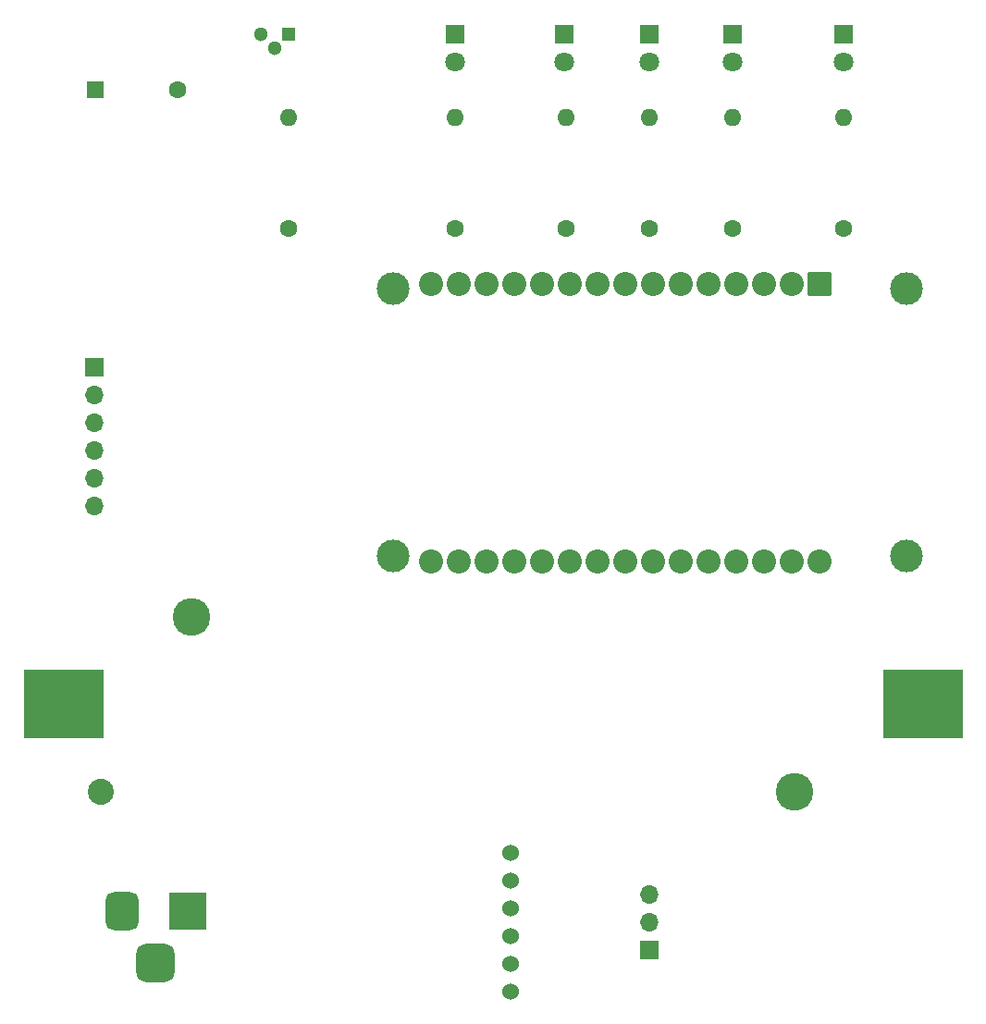
<source format=gbr>
%TF.GenerationSoftware,KiCad,Pcbnew,7.0.7*%
%TF.CreationDate,2023-11-04T11:15:44-05:00*%
%TF.ProjectId,proyectointroducci_n,70726f79-6563-4746-9f69-6e74726f6475,rev?*%
%TF.SameCoordinates,Original*%
%TF.FileFunction,Soldermask,Bot*%
%TF.FilePolarity,Negative*%
%FSLAX46Y46*%
G04 Gerber Fmt 4.6, Leading zero omitted, Abs format (unit mm)*
G04 Created by KiCad (PCBNEW 7.0.7) date 2023-11-04 11:15:44*
%MOMM*%
%LPD*%
G01*
G04 APERTURE LIST*
G04 Aperture macros list*
%AMRoundRect*
0 Rectangle with rounded corners*
0 $1 Rounding radius*
0 $2 $3 $4 $5 $6 $7 $8 $9 X,Y pos of 4 corners*
0 Add a 4 corners polygon primitive as box body*
4,1,4,$2,$3,$4,$5,$6,$7,$8,$9,$2,$3,0*
0 Add four circle primitives for the rounded corners*
1,1,$1+$1,$2,$3*
1,1,$1+$1,$4,$5*
1,1,$1+$1,$6,$7*
1,1,$1+$1,$8,$9*
0 Add four rect primitives between the rounded corners*
20,1,$1+$1,$2,$3,$4,$5,0*
20,1,$1+$1,$4,$5,$6,$7,0*
20,1,$1+$1,$6,$7,$8,$9,0*
20,1,$1+$1,$8,$9,$2,$3,0*%
G04 Aperture macros list end*
%ADD10R,1.800000X1.800000*%
%ADD11C,1.800000*%
%ADD12R,1.600000X1.600000*%
%ADD13C,1.600000*%
%ADD14O,1.600000X1.600000*%
%ADD15R,1.300000X1.300000*%
%ADD16C,1.300000*%
%ADD17R,3.500000X3.500000*%
%ADD18RoundRect,0.750000X-0.750000X-1.000000X0.750000X-1.000000X0.750000X1.000000X-0.750000X1.000000X0*%
%ADD19RoundRect,0.875000X-0.875000X-0.875000X0.875000X-0.875000X0.875000X0.875000X-0.875000X0.875000X0*%
%ADD20C,3.000000*%
%ADD21RoundRect,0.102000X-1.000000X1.000000X-1.000000X-1.000000X1.000000X-1.000000X1.000000X1.000000X0*%
%ADD22C,2.204000*%
%ADD23R,1.700000X1.700000*%
%ADD24O,1.700000X1.700000*%
%ADD25C,1.524000*%
%ADD26C,2.390000*%
%ADD27C,3.450000*%
%ADD28R,7.340000X6.350000*%
G04 APERTURE END LIST*
D10*
%TO.C,D2*%
X81070000Y-66040000D03*
D11*
X81070000Y-68580000D03*
%TD*%
D10*
%TO.C,D4*%
X106680000Y-66040000D03*
D11*
X106680000Y-68580000D03*
%TD*%
D12*
%TO.C,LS1*%
X38120000Y-71120000D03*
D13*
X45720000Y-71120000D03*
%TD*%
%TO.C,R2*%
X55880000Y-83820000D03*
D14*
X55880000Y-73660000D03*
%TD*%
D13*
%TO.C,R5*%
X88900000Y-83820000D03*
D14*
X88900000Y-73660000D03*
%TD*%
D10*
%TO.C,D1*%
X71120000Y-66040000D03*
D11*
X71120000Y-68580000D03*
%TD*%
D13*
%TO.C,R7*%
X96520000Y-83820000D03*
D14*
X96520000Y-73660000D03*
%TD*%
D10*
%TO.C,D3*%
X88900000Y-66040000D03*
D11*
X88900000Y-68580000D03*
%TD*%
D13*
%TO.C,R3*%
X71120000Y-83820000D03*
D14*
X71120000Y-73660000D03*
%TD*%
D13*
%TO.C,R4*%
X81280000Y-83820000D03*
D14*
X81280000Y-73660000D03*
%TD*%
D10*
%TO.C,D5*%
X96520000Y-66040000D03*
D11*
X96520000Y-68580000D03*
%TD*%
D15*
%TO.C,Q1*%
X55880000Y-66040000D03*
D16*
X54610000Y-67310000D03*
X53340000Y-66040000D03*
%TD*%
D17*
%TO.C,J1*%
X46640000Y-146362500D03*
D18*
X40640000Y-146362500D03*
D19*
X43640000Y-151062500D03*
%TD*%
D20*
%TO.C,U3*%
X112375000Y-89320000D03*
X65425000Y-89320000D03*
X112375000Y-113830000D03*
X65425000Y-113830000D03*
D21*
X104415000Y-88900000D03*
D22*
X101875000Y-88900000D03*
X99335000Y-88900000D03*
X96795000Y-88900000D03*
X94255000Y-88900000D03*
X91715000Y-88900000D03*
X89175000Y-88900000D03*
X86635000Y-88900000D03*
X84095000Y-88900000D03*
X81555000Y-88900000D03*
X79015000Y-88900000D03*
X76475000Y-88900000D03*
X73935000Y-88900000D03*
X71395000Y-88900000D03*
X68855000Y-88900000D03*
X68855000Y-114300000D03*
X71395000Y-114300000D03*
X73935000Y-114300000D03*
X76475000Y-114300000D03*
X79015000Y-114300000D03*
X81555000Y-114300000D03*
X84095000Y-114300000D03*
X86635000Y-114300000D03*
X89175000Y-114300000D03*
X91715000Y-114300000D03*
X94255000Y-114300000D03*
X96795000Y-114300000D03*
X99335000Y-114300000D03*
X101875000Y-114300000D03*
X104415000Y-114300000D03*
%TD*%
D23*
%TO.C,J2*%
X38100000Y-96520000D03*
D24*
X38100000Y-99060000D03*
X38100000Y-101600000D03*
X38100000Y-104140000D03*
X38100000Y-106680000D03*
X38100000Y-109220000D03*
%TD*%
D25*
%TO.C,U2*%
X76200000Y-153670000D03*
X76200000Y-151130000D03*
X76200000Y-148590000D03*
X76200000Y-146050000D03*
X76200000Y-143510000D03*
X76200000Y-140970000D03*
%TD*%
D13*
%TO.C,R6*%
X106680000Y-83820000D03*
D14*
X106680000Y-73660000D03*
%TD*%
D23*
%TO.C,J3*%
X88900000Y-149860000D03*
D24*
X88900000Y-147320000D03*
X88900000Y-144780000D03*
%TD*%
D26*
%TO.C,BT1*%
X38660000Y-135380000D03*
D27*
X46990000Y-119380000D03*
X102190000Y-135380000D03*
D28*
X35260000Y-127380000D03*
X113920000Y-127380000D03*
%TD*%
M02*

</source>
